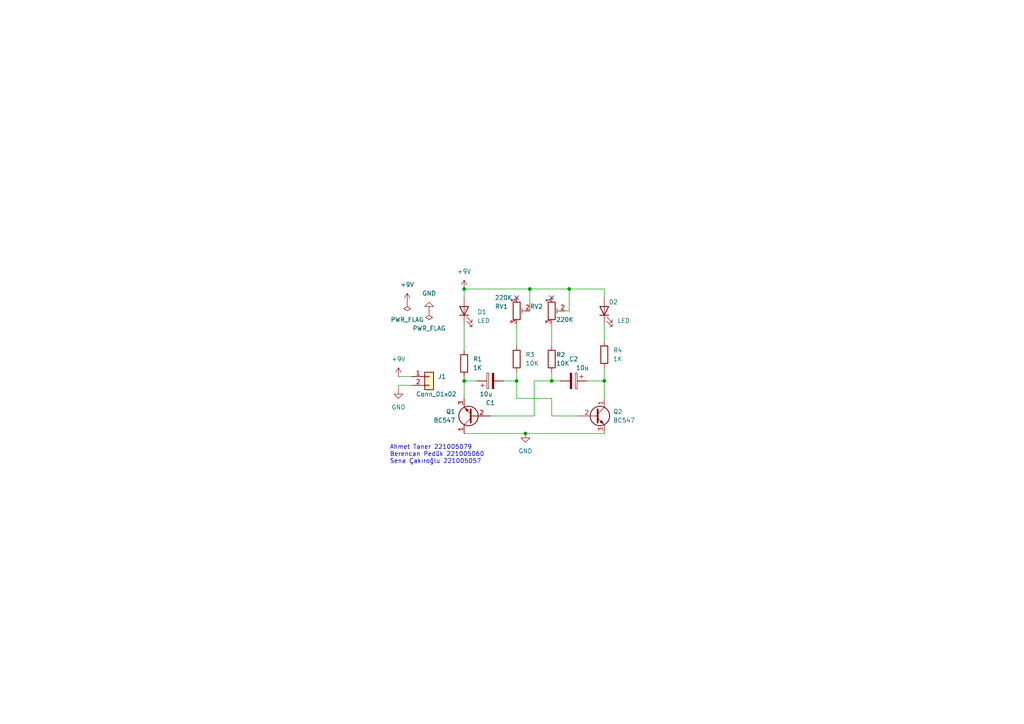
<source format=kicad_sch>
(kicad_sch (version 20230121) (generator eeschema)
  (paper "A4")
  (lib_symbols
    (symbol "Connector_Generic:Conn_01x02" (pin_names (offset 1.016) hide)
      (property "Reference" "J" (at 0 2.54 0))
      (property "Value" "Conn_01x02" (at 0 -5.08 0))
      (symbol "Conn_01x02_1_1"
        (rectangle (start -1.27 -2.413) (end 0 -2.667) (stroke (width 0.1524)))
        (rectangle (start -1.27 0.127) (end 0 -0.127) (stroke (width 0.1524)))
        (rectangle (start -1.27 1.27) (end 1.27 -3.81) (stroke (width 0.254)) (fill (type background)))
        (pin passive line (at -5.08 0 0) (length 3.81) (name "Pin_1") (number "1"))
        (pin passive line (at -5.08 -2.54 0) (length 3.81) (name "Pin_2") (number "2"))
      )
    )
    (symbol "Device:C_Polarized" (pin_numbers hide) (pin_names (offset 0.254))
      (property "Reference" "C" (at 0.635 2.54 0))
      (property "Value" "C_Polarized" (at 0.635 -2.54 0))
      (symbol "C_Polarized_0_1"
        (rectangle (start -2.286 0.508) (end 2.286 1.016))
        (polyline (pts (xy -1.778 2.286) (xy -0.762 2.286)))
        (polyline (pts (xy -1.27 2.794) (xy -1.27 1.778)))
        (rectangle (start 2.286 -0.508) (end -2.286 -1.016) (fill (type outline)))
      )
      (symbol "C_Polarized_1_1"
        (pin passive line (at 0 3.81 270) (length 2.794) (name "~") (number "1"))
        (pin passive line (at 0 -3.81 90) (length 2.794) (name "~") (number "2"))
      )
    )
    (symbol "Device:LED" (pin_numbers hide) (pin_names (offset 1.016) hide)
      (property "Reference" "D" (at 0 2.54 0))
      (property "Value" "LED" (at 0 -2.54 0))
      (symbol "LED_0_1"
        (polyline (pts (xy -1.27 -1.27) (xy -1.27 1.27)) (stroke (width 0.254)))
        (polyline (pts (xy -1.27 0) (xy 1.27 0)))
        (polyline (pts (xy 1.27 -1.27) (xy 1.27 1.27) (xy -1.27 0) (xy 1.27 -1.27)) (stroke (width 0.254)))
        (polyline (pts (xy -3.048 -0.762) (xy -4.572 -2.286) (xy -3.81 -2.286) (xy -4.572 -2.286) (xy -4.572 -1.524)))
        (polyline (pts (xy -1.778 -0.762) (xy -3.302 -2.286) (xy -2.54 -2.286) (xy -3.302 -2.286) (xy -3.302 -1.524)))
      )
      (symbol "LED_1_1"
        (pin passive line (at -3.81 0 0) (length 2.54) (name "K") (number "1"))
        (pin passive line (at 3.81 0 180) (length 2.54) (name "A") (number "2"))
      )
    )
    (symbol "Device:R" (pin_numbers hide) (pin_names (offset 0))
      (property "Reference" "R" (at 2.032 0 90))
      (property "Value" "R" (at 0 0 90))
      (symbol "R_0_1"
        (rectangle (start -1.016 -2.54) (end 1.016 2.54) (stroke (width 0.254)))
      )
      (symbol "R_1_1"
        (pin passive line (at 0 3.81 270) (length 1.27) (name "~") (number "1"))
        (pin passive line (at 0 -3.81 90) (length 1.27) (name "~") (number "2"))
      )
    )
    (symbol "Device:R_Potentiometer_Trim" (pin_names (offset 1.016) hide)
      (property "Reference" "RV" (at -4.445 0 90))
      (property "Value" "R_Potentiometer_Trim" (at -2.54 0 90))
      (symbol "R_Potentiometer_Trim_0_1"
        (polyline (pts (xy 1.524 0.762) (xy 1.524 -0.762)))
        (polyline (pts (xy 2.54 0) (xy 1.524 0)))
        (rectangle (start 1.016 2.54) (end -1.016 -2.54) (stroke (width 0.254)))
      )
      (symbol "R_Potentiometer_Trim_1_1"
        (pin passive line (at 0 3.81 270) (length 1.27) (name "1") (number "1"))
        (pin passive line (at 3.81 0 180) (length 1.27) (name "2") (number "2"))
        (pin passive line (at 0 -3.81 90) (length 1.27) (name "3") (number "3"))
      )
    )
    (symbol "Transistor_BJT:BC547" (pin_names (offset 0) hide)
      (property "Reference" "Q" (at 5.08 1.905 0))
      (property "Value" "BC547" (at 5.08 0 0))
      (symbol "BC547_0_1"
        (polyline (pts (xy 0 0) (xy 0.635 0)))
        (polyline (pts (xy 0.635 0.635) (xy 2.54 2.54)))
        (polyline (pts (xy 0.635 -0.635) (xy 2.54 -2.54) (xy 2.54 -2.54)))
        (polyline (pts (xy 0.635 1.905) (xy 0.635 -1.905) (xy 0.635 -1.905)) (stroke (width 0.508)))
        (polyline (pts (xy 1.27 -1.778) (xy 1.778 -1.27) (xy 2.286 -2.286) (xy 1.27 -1.778) (xy 1.27 -1.778)) (fill (type outline)))
        (circle (center 1.27 0) (radius 2.8194) (stroke (width 0.254)))
      )
      (symbol "BC547_1_1"
        (pin passive line (at 2.54 5.08 270) (length 2.54) (name "C") (number "1"))
        (pin input line (at -5.08 0 0) (length 5.08) (name "B") (number "2"))
        (pin passive line (at 2.54 -5.08 90) (length 2.54) (name "E") (number "3"))
      )
    )
    (symbol "power:+9V" (power) (pin_names (offset 0))
      (property "Value" "+9V" (at 0 3.556 0))
      (symbol "+9V_0_1"
        (polyline (pts (xy -0.762 1.27) (xy 0 2.54)))
        (polyline (pts (xy 0 0) (xy 0 2.54)))
        (polyline (pts (xy 0 2.54) (xy 0.762 1.27)))
      )
      (symbol "+9V_1_1"
        (pin power_in line (at 0 0 90) (length 0) hide (name "+9V") (number "1"))
      )
    )
    (symbol "power:GND" (power) (pin_names (offset 0))
      (property "Value" "GND" (at 0 -3.81 0))
      (symbol "GND_0_1"
        (polyline (pts (xy 0 0) (xy 0 -1.27) (xy 1.27 -1.27) (xy 0 -2.54) (xy -1.27 -1.27) (xy 0 -1.27)))
      )
      (symbol "GND_1_1"
        (pin power_in line (at 0 0 270) (length 0) hide (name "GND") (number "1"))
      )
    )
    (symbol "power:PWR_FLAG" (power) (pin_numbers hide) (pin_names (offset 0) hide)
      (property "Value" "PWR_FLAG" (at 0 3.81 0))
      (symbol "PWR_FLAG_0_0"
        (pin power_out line (at 0 0 90) (length 0) (name "pwr") (number "1"))
      )
      (symbol "PWR_FLAG_0_1"
        (polyline (pts (xy 0 0) (xy 0 1.27) (xy -1.016 1.905) (xy 0 2.54) (xy 1.016 1.905) (xy 0 1.27)))
      )
    )
  )
  (junction (at 153.67 83.82))
  (junction (at 175.26 110.49))
  (junction (at 165.1 83.82))
  (junction (at 152.4 125.73))
  (junction (at 149.86 110.49))
  (junction (at 134.62 83.82))
  (junction (at 134.62 110.49))
  (junction (at 160.02 110.49))
  (no_connect (at 149.86 86.36))
  (no_connect (at 160.02 86.36))
  (wire (pts (xy 160.02 93.98) (xy 160.02 100.33)))
  (wire (pts (xy 163.83 90.17) (xy 165.1 90.17)))
  (wire (pts (xy 134.62 109.22) (xy 134.62 110.49)))
  (wire (pts (xy 134.62 86.36) (xy 134.62 83.82)))
  (wire (pts (xy 142.24 120.65) (xy 154.94 120.65)))
  (wire (pts (xy 115.57 113.03) (xy 115.57 111.76)))
  (wire (pts (xy 165.1 90.17) (xy 165.1 83.82)))
  (wire (pts (xy 160.02 110.49) (xy 162.56 110.49)))
  (wire (pts (xy 165.1 83.82) (xy 175.26 83.82)))
  (wire (pts (xy 154.94 120.65) (xy 154.94 110.49)))
  (wire (pts (xy 134.62 93.98) (xy 134.62 101.6)))
  (wire (pts (xy 170.18 110.49) (xy 175.26 110.49)))
  (wire (pts (xy 115.57 111.76) (xy 119.38 111.76)))
  (wire (pts (xy 149.86 107.95) (xy 149.86 110.49)))
  (wire (pts (xy 154.94 110.49) (xy 160.02 110.49)))
  (wire (pts (xy 175.26 110.49) (xy 175.26 115.57)))
  (wire (pts (xy 134.62 83.82) (xy 153.67 83.82)))
  (wire (pts (xy 146.05 110.49) (xy 149.86 110.49)))
  (wire (pts (xy 149.86 110.49) (xy 149.86 115.57)))
  (wire (pts (xy 134.62 110.49) (xy 134.62 115.57)))
  (wire (pts (xy 167.64 120.65) (xy 160.02 120.65)))
  (wire (pts (xy 134.62 110.49) (xy 138.43 110.49)))
  (wire (pts (xy 175.26 93.98) (xy 175.26 99.06)))
  (wire (pts (xy 152.4 125.73) (xy 175.26 125.73)))
  (wire (pts (xy 149.86 93.98) (xy 149.86 100.33)))
  (wire (pts (xy 175.26 106.68) (xy 175.26 110.49)))
  (wire (pts (xy 153.67 83.82) (xy 153.67 90.17)))
  (wire (pts (xy 115.57 109.22) (xy 119.38 109.22)))
  (wire (pts (xy 153.67 83.82) (xy 165.1 83.82)))
  (wire (pts (xy 160.02 107.95) (xy 160.02 110.49)))
  (wire (pts (xy 160.02 120.65) (xy 160.02 115.57)))
  (wire (pts (xy 134.62 125.73) (xy 152.4 125.73)))
  (wire (pts (xy 160.02 115.57) (xy 149.86 115.57)))
  (wire (pts (xy 175.26 83.82) (xy 175.26 86.36)))
  (text "Ahmet Taner 221005079\nBerencan Pedük 221005060\nSena Çakıroğlu 221005057" (at 113.03 134.62 0) (effects (font (size 1.27 1.27)) (justify left bottom)))
  (symbol (lib_id "Device:LED") (at 134.62 90.17 90) (unit 1)
    (property "Reference" "D1" (at 138.43 90.4875 90) (effects (justify right)))
    (property "Value" "LED" (at 138.43 93.0275 90) (effects (justify right)))
    (property "Footprint" "LED_THT:LED_D5.0mm" (effects hide))
  )
  (symbol (lib_id "Transistor_BJT:BC547") (at 172.72 120.65 0) (unit 1)
    (property "Reference" "Q2" (at 177.8 119.38 0) (effects (justify left)))
    (property "Value" "BC547" (at 177.8 121.92 0) (effects (justify left)))
    (property "Footprint" "Package_TO_SOT_THT:TO-92_Inline" (effects hide))
    (property "Datasheet" "https://www.onsemi.com/pub/Collateral/BC550-D.pdf" (effects hide))
  )
  (symbol (lib_id "Transistor_BJT:BC547") (at 137.16 120.65 180) (unit 1)
    (property "Reference" "Q1" (at 132.08 119.38 0) (effects (justify left)))
    (property "Value" "BC547" (at 132.08 121.92 0) (effects (justify left)))
    (property "Footprint" "Package_TO_SOT_THT:TO-92_Inline" (effects hide))
    (property "Datasheet" "https://www.onsemi.com/pub/Collateral/BC550-D.pdf" (effects hide))
  )
  (symbol (lib_id "power:+9V") (at 118.11 87.63 0) (unit 1)
    (property "Reference" "#PWR06" (effects hide))
    (property "Value" "+9V" (at 118.11 82.55 0))
  )
  (symbol (lib_id "Device:LED") (at 175.26 90.17 90) (unit 1)
    (property "Reference" "D2" (at 176.53 87.63 90) (effects (justify right)))
    (property "Value" "LED" (at 179.07 93.0275 90) (effects (justify right)))
    (property "Footprint" "LED_THT:LED_D5.0mm" (effects hide))
  )
  (symbol (lib_id "Device:C_Polarized") (at 142.24 110.49 90) (unit 1)
    (property "Reference" "C1" (at 142.24 116.84 90))
    (property "Value" "10u" (at 140.97 114.3 90))
    (property "Footprint" "Capacitor_THT:CP_Radial_D6.3mm_P2.50mm" (effects hide))
  )
  (symbol (lib_id "Device:C_Polarized") (at 166.37 110.49 270) (unit 1)
    (property "Reference" "C2" (at 166.37 104.14 90))
    (property "Value" "10u" (at 168.91 106.68 90))
    (property "Footprint" "Capacitor_THT:CP_Radial_D6.3mm_P2.50mm" (effects hide))
  )
  (symbol (lib_id "Device:R") (at 160.02 104.14 0) (unit 1)
    (property "Reference" "R2" (at 161.29 102.87 0) (effects (justify left)))
    (property "Value" "10K" (at 161.29 105.41 0) (effects (justify left)))
    (property "Footprint" "Resistor_THT:R_Axial_DIN0207_L6.3mm_D2.5mm_P10.16mm_Horizontal" (effects hide))
  )
  (symbol (lib_id "power:+9V") (at 115.57 109.22 0) (unit 1)
    (property "Reference" "#PWR03" (effects hide))
    (property "Value" "+9V" (at 115.57 104.14 0))
  )
  (symbol (lib_id "power:PWR_FLAG") (at 118.11 87.63 180) (unit 1)
    (property "Reference" "#FLG01" (effects hide))
    (property "Value" "PWR_FLAG" (at 118.11 92.71 0))
  )
  (symbol (lib_id "power:GND") (at 152.4 125.73 0) (unit 1)
    (property "Reference" "#PWR01" (effects hide))
    (property "Value" "GND" (at 152.4 130.81 0))
  )
  (symbol (lib_id "power:GND") (at 115.57 113.03 0) (unit 1)
    (property "Reference" "#PWR05" (effects hide))
    (property "Value" "GND" (at 115.57 118.11 0))
  )
  (symbol (lib_id "Device:R") (at 175.26 102.87 0) (unit 1)
    (property "Reference" "R4" (at 177.8 101.6 0) (effects (justify left)))
    (property "Value" "1K" (at 177.8 104.14 0) (effects (justify left)))
    (property "Footprint" "Resistor_THT:R_Axial_DIN0207_L6.3mm_D2.5mm_P10.16mm_Horizontal" (effects hide))
  )
  (symbol (lib_id "power:+9V") (at 134.62 83.82 0) (unit 1)
    (property "Reference" "#PWR02" (effects hide))
    (property "Value" "+9V" (at 134.62 78.74 0))
  )
  (symbol (lib_id "Device:R") (at 149.86 104.14 0) (unit 1)
    (property "Reference" "R3" (at 152.4 102.87 0) (effects (justify left)))
    (property "Value" "10K" (at 152.4 105.41 0) (effects (justify left)))
    (property "Footprint" "Resistor_THT:R_Axial_DIN0207_L6.3mm_D2.5mm_P10.16mm_Horizontal" (effects hide))
  )
  (symbol (lib_id "power:GND") (at 124.46 90.17 180) (unit 1)
    (property "Reference" "#PWR07" (effects hide))
    (property "Value" "GND" (at 124.46 85.09 0))
  )
  (symbol (lib_id "Device:R") (at 134.62 105.41 0) (unit 1)
    (property "Reference" "R1" (at 137.16 104.14 0) (effects (justify left)))
    (property "Value" "1K" (at 137.16 106.68 0) (effects (justify left)))
    (property "Footprint" "Resistor_THT:R_Axial_DIN0207_L6.3mm_D2.5mm_P10.16mm_Horizontal" (effects hide))
  )
  (symbol (lib_id "Device:R_Potentiometer_Trim") (at 160.02 90.17 0) (unit 1)
    (property "Reference" "RV2" (at 157.48 88.9 0) (effects (justify right)))
    (property "Value" "220K" (at 166.37 92.71 0) (effects (justify right)))
    (property "Footprint" "Potentiometer_THT:Potentiometer_Bourns_3386F_Vertical" (effects hide))
  )
  (symbol (lib_id "Device:R_Potentiometer_Trim") (at 149.86 90.17 0) (unit 1)
    (property "Reference" "RV1" (at 147.32 88.9 0) (effects (justify right)))
    (property "Value" "220K" (at 148.59 86.36 0) (effects (justify right)))
    (property "Footprint" "Potentiometer_THT:Potentiometer_Bourns_3386F_Vertical" (effects hide))
  )
  (symbol (lib_id "power:PWR_FLAG") (at 124.46 90.17 180) (unit 1)
    (property "Reference" "#FLG02" (effects hide))
    (property "Value" "PWR_FLAG" (at 124.46 95.25 0))
  )
  (symbol (lib_id "Connector_Generic:Conn_01x02") (at 124.46 109.22 0) (unit 1)
    (property "Reference" "J1" (at 127 109.22 0) (effects (justify left)))
    (property "Value" "Conn_01x02" (at 120.65 114.3 0) (effects (justify left)))
    (property "Footprint" "TerminalBlock:TerminalBlock_bornier-2_P5.08mm" (effects hide))
  )
)
</source>
